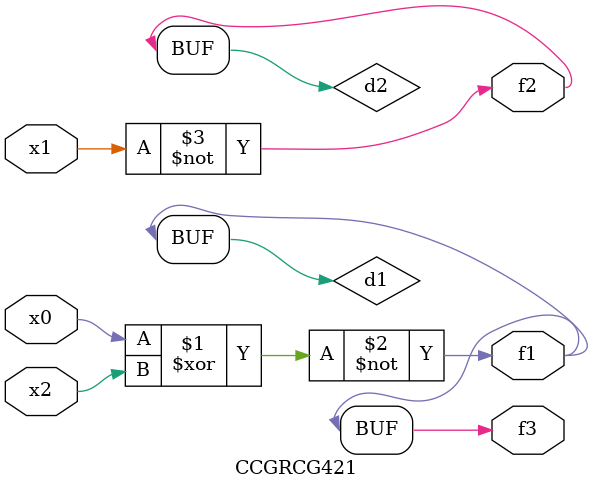
<source format=v>
module CCGRCG421(
	input x0, x1, x2,
	output f1, f2, f3
);

	wire d1, d2, d3;

	xnor (d1, x0, x2);
	nand (d2, x1);
	nor (d3, x1, x2);
	assign f1 = d1;
	assign f2 = d2;
	assign f3 = d1;
endmodule

</source>
